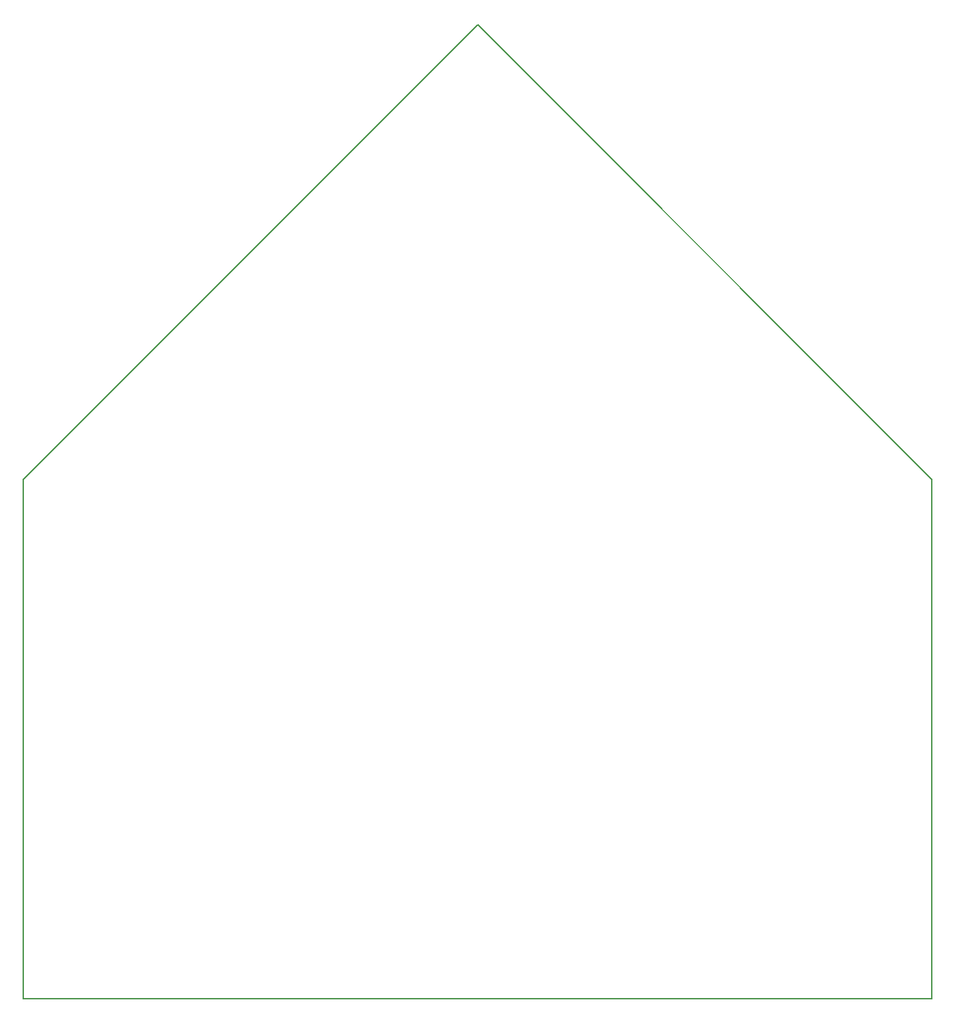
<source format=gbr>
G04 DipTrace 2.4.0.2*
%INBoardOutline.gbr*%
%MOIN*%
%ADD11C,0.006*%
%FSLAX44Y44*%
G04*
G70*
G90*
G75*
G01*
%LNBoardOutline*%
%LPD*%
X50988Y3934D2*
D11*
Y29253D1*
X28838Y51403D1*
X6688Y29253D1*
Y3934D1*
X50988D1*
M02*

</source>
